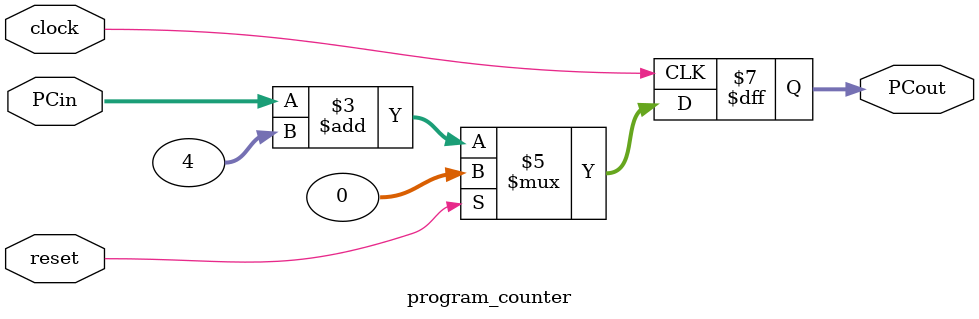
<source format=v>
module program_counter(PCout,PCin,clock,reset);
	input clock, reset;
	input [31:0] PCin;
	output reg [31:0] PCout;
	
	always @(posedge clock) begin
		if (reset == 1) 
			PCout <= 0;
		else 
			PCout <= PCin + 4; 
	end
endmodule
</source>
